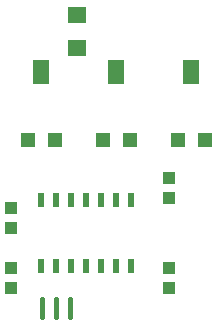
<source format=gbr>
G04 EAGLE Gerber RS-274X export*
G75*
%MOMM*%
%FSLAX34Y34*%
%LPD*%
%INSolderpaste Top*%
%IPPOS*%
%AMOC8*
5,1,8,0,0,1.08239X$1,22.5*%
G01*
%ADD10R,1.000000X1.100000*%
%ADD11R,0.600000X1.200000*%
%ADD12R,1.300000X1.300000*%
%ADD13R,1.401600X2.000000*%
%ADD14R,1.600000X1.400000*%
%ADD15C,0.450000*%


D10*
X25400Y93100D03*
X25400Y110100D03*
D11*
X50800Y111700D03*
X63500Y111700D03*
X76200Y111700D03*
X88900Y111700D03*
X101600Y111700D03*
X114300Y111700D03*
X127000Y111700D03*
X127000Y167700D03*
X114300Y167700D03*
X101600Y167700D03*
X88900Y167700D03*
X76200Y167700D03*
X63500Y167700D03*
X50800Y167700D03*
D12*
X62300Y218600D03*
D13*
X50800Y276385D03*
D12*
X39300Y218600D03*
X125800Y218600D03*
D13*
X114300Y276385D03*
D12*
X102800Y218600D03*
X189300Y218600D03*
D13*
X177800Y276385D03*
D12*
X166300Y218600D03*
D10*
X158750Y93100D03*
X158750Y110100D03*
X158750Y186300D03*
X158750Y169300D03*
X25400Y143900D03*
X25400Y160900D03*
D14*
X81280Y295880D03*
X81280Y323880D03*
D15*
X75500Y83475D02*
X75500Y68925D01*
X63500Y68925D02*
X63500Y83475D01*
X51500Y83475D02*
X51500Y68925D01*
M02*

</source>
